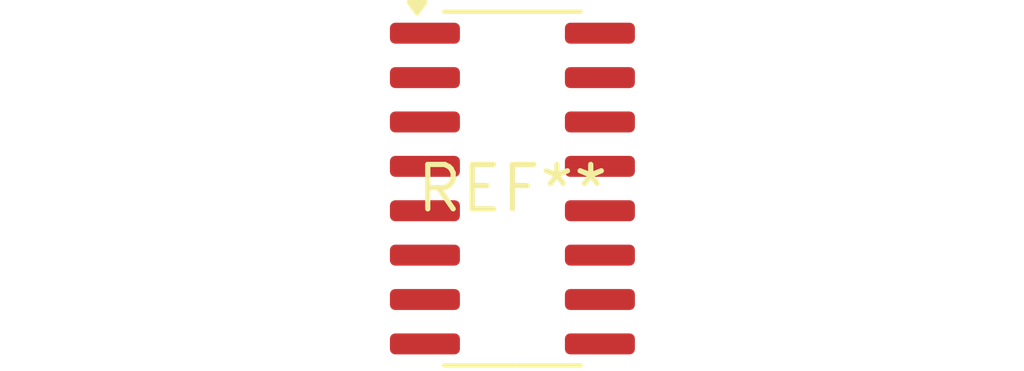
<source format=kicad_pcb>
(kicad_pcb (version 20240108) (generator pcbnew)
  (layers (0 "F.Cu" signal) (31 "B.Cu" signal) (34 "B.Paste" user) (35 "F.Paste" user) (36 "B.SilkS" user "B.Silkscreen") (37 "F.SilkS" user "F.Silkscreen") (38 "B.Mask" user) (39 "F.Mask" user) (44 "Edge.Cuts" user))
  (net 0 "")
  (footprint "SOP-16_3.9x9.9mm_P1.27mm" (layer "F.Cu") (at 0 0)
    (property "Reference" "REF**")
    (property "Value" "SOP-16_3.9x9.9mm_P1.27mm")
    (fp_line (start 0 -5.06) (end -1.95 -5.06) (layer "F.SilkS") (stroke (width 0.12)))
    (fp_line (start 0 -5.06) (end 1.95 -5.06) (layer "F.SilkS") (stroke (width 0.12)))
    (fp_line (start 0 5.06) (end -1.95 5.06) (layer "F.SilkS") (stroke (width 0.12)))
    (fp_line (start 0 5.06) (end 1.95 5.06) (layer "F.SilkS") (stroke (width 0.12)))
    (fp_poly (pts (xy -2.725 -5.005) (xy -2.965 -5.335) (xy -2.485 -5.335) (xy -2.725 -5.005)) (layer "F.SilkS") (stroke (width 0.12)) (fill solid))
    (pad "1" smd roundrect (at -2.5 -4.445) (size 2 0.6) (layers "F.Cu" "F.Paste" "F.Mask"))
    (pad "2" smd roundrect (at -2.5 -3.175) (size 2 0.6) (layers "F.Cu" "F.Paste" "F.Mask"))
    (pad "3" smd roundrect (at -2.5 -1.905) (size 2 0.6) (layers "F.Cu" "F.Paste" "F.Mask"))
    (pad "4" smd roundrect (at -2.5 -0.635) (size 2 0.6) (layers "F.Cu" "F.Paste" "F.Mask"))
    (pad "5" smd roundrect (at -2.5 0.635) (size 2 0.6) (layers "F.Cu" "F.Paste" "F.Mask"))
    (pad "6" smd roundrect (at -2.5 1.905) (size 2 0.6) (layers "F.Cu" "F.Paste" "F.Mask"))
    (pad "7" smd roundrect (at -2.5 3.175) (size 2 0.6) (layers "F.Cu" "F.Paste" "F.Mask"))
    (pad "8" smd roundrect (at -2.5 4.445) (size 2 0.6) (layers "F.Cu" "F.Paste" "F.Mask"))
    (pad "9" smd roundrect (at 2.5 4.445) (size 2 0.6) (layers "F.Cu" "F.Paste" "F.Mask"))
    (pad "10" smd roundrect (at 2.5 3.175) (size 2 0.6) (layers "F.Cu" "F.Paste" "F.Mask"))
    (pad "11" smd roundrect (at 2.5 1.905) (size 2 0.6) (layers "F.Cu" "F.Paste" "F.Mask"))
    (pad "12" smd roundrect (at 2.5 0.635) (size 2 0.6) (layers "F.Cu" "F.Paste" "F.Mask"))
    (pad "13" smd roundrect (at 2.5 -0.635) (size 2 0.6) (layers "F.Cu" "F.Paste" "F.Mask"))
    (pad "14" smd roundrect (at 2.5 -1.905) (size 2 0.6) (layers "F.Cu" "F.Paste" "F.Mask"))
    (pad "15" smd roundrect (at 2.5 -3.175) (size 2 0.6) (layers "F.Cu" "F.Paste" "F.Mask"))
    (pad "16" smd roundrect (at 2.5 -4.445) (size 2 0.6) (layers "F.Cu" "F.Paste" "F.Mask"))
  )
)
</source>
